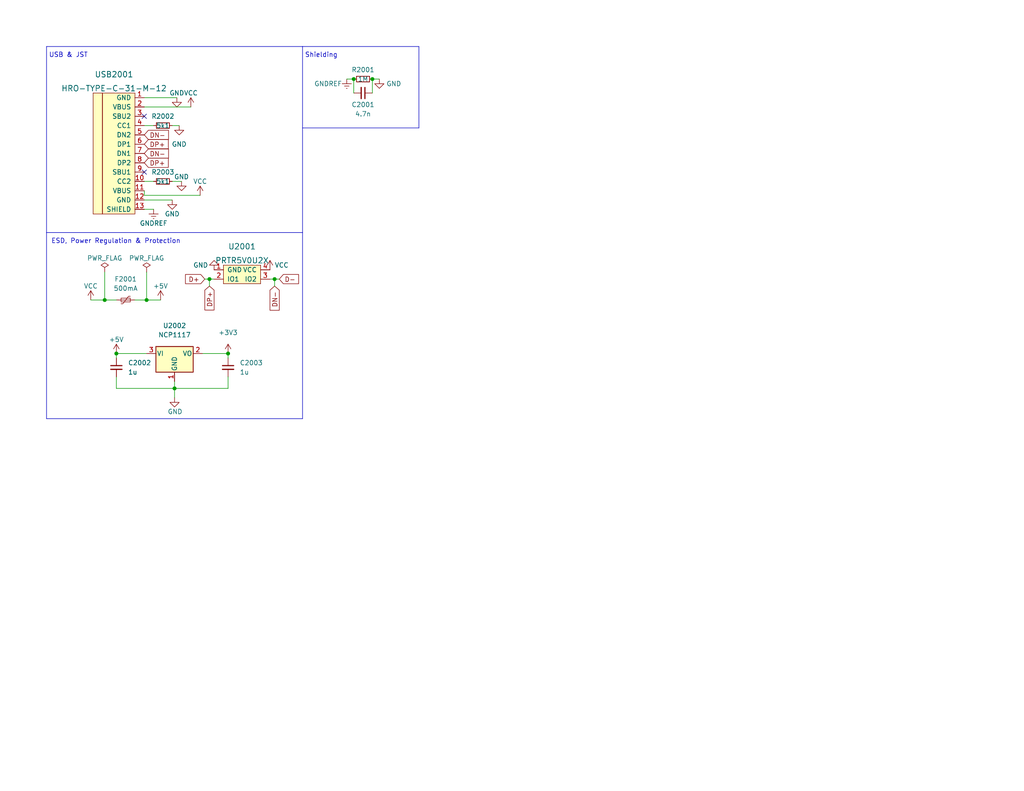
<source format=kicad_sch>
(kicad_sch (version 20230121) (generator eeschema)
  (paper "USLetter")
  (title_block (title "BadABoard MK1") (date "2022-09-13") (rev "1.0") (company "Callsign_Carrot"))
  (lib_symbols
    (symbol "Device:C_Small" (pin_numbers hide) (pin_names (offset 0.254) hide)
      (property "Reference" "C" (at 0.254 1.778 0))
      (property "Value" "C_Small" (at 0.254 -2.032 0))
      (symbol "C_Small_0_1"
        (polyline (pts (xy -1.524 -0.508) (xy 1.524 -0.508)) (stroke (width 0.3302)))
        (polyline (pts (xy -1.524 0.508) (xy 1.524 0.508)) (stroke (width 0.3048)))
      )
      (symbol "C_Small_1_1"
        (pin passive line (at 0 2.54 270) (length 2.032) (name "~") (number "1"))
        (pin passive line (at 0 -2.54 90) (length 2.032) (name "~") (number "2"))
      )
    )
    (symbol "Device:Polyfuse_Small" (pin_numbers hide) (pin_names (offset 0))
      (property "Reference" "F" (at -1.905 0 90))
      (property "Value" "Polyfuse_Small" (at 1.905 0 90))
      (symbol "Polyfuse_Small_0_1"
        (rectangle (start -0.508 1.27) (end 0.508 -1.27))
        (polyline (pts (xy 0 2.54) (xy 0 -2.54)))
        (polyline (pts (xy -1.016 1.27) (xy -1.016 0.762) (xy 1.016 -0.762) (xy 1.016 -1.27)))
      )
      (symbol "Polyfuse_Small_1_1"
        (pin passive line (at 0 2.54 270) (length 0.635) (name "~") (number "1"))
        (pin passive line (at 0 -2.54 90) (length 0.635) (name "~") (number "2"))
      )
    )
    (symbol "Device:R_Small" (pin_numbers hide) (pin_names (offset 0.254) hide)
      (property "Reference" "R" (at 0.762 0.508 0))
      (property "Value" "R_Small" (at 0.762 -1.016 0))
      (symbol "R_Small_0_1"
        (rectangle (start -0.762 1.778) (end 0.762 -1.778) (stroke (width 0.2032)))
      )
      (symbol "R_Small_1_1"
        (pin passive line (at 0 2.54 270) (length 0.762) (name "~") (number "1"))
        (pin passive line (at 0 -2.54 90) (length 0.762) (name "~") (number "2"))
      )
    )
    (symbol "Regulator_Linear:XC6206PxxxMR" (pin_names (offset 0.254))
      (property "Reference" "U" (at -3.81 3.175 0))
      (property "Value" "XC6206PxxxMR" (at 0 3.175 0))
      (symbol "XC6206PxxxMR_0_1"
        (rectangle (start -5.08 1.905) (end 5.08 -5.08) (stroke (width 0.254)) (fill (type background)))
      )
      (symbol "XC6206PxxxMR_1_1"
        (pin power_in line (at 0 -7.62 90) (length 2.54) (name "GND") (number "1"))
        (pin power_out line (at 7.62 0 180) (length 2.54) (name "VO") (number "2"))
        (pin power_in line (at -7.62 0 0) (length 2.54) (name "VI") (number "3"))
      )
    )
    (symbol "cipulot_parts:HRO-TYPE-C-31-M-12" (pin_names (offset 1.016))
      (property "Reference" "USB" (at -5.08 16.51 0))
      (property "Value" "HRO-TYPE-C-31-M-12" (at -10.16 -1.27 90))
      (symbol "HRO-TYPE-C-31-M-12_0_1"
        (rectangle (start -11.43 15.24) (end -8.89 -17.78) (fill (type background)))
        (rectangle (start 0 -17.78) (end -8.89 15.24) (fill (type background)))
      )
      (symbol "HRO-TYPE-C-31-M-12_1_1"
        (pin input line (at 2.54 13.97 180) (length 2.54) (name "GND") (number "1"))
        (pin input line (at 2.54 -8.89 180) (length 2.54) (name "CC2") (number "10"))
        (pin input line (at 2.54 -11.43 180) (length 2.54) (name "VBUS") (number "11"))
        (pin input line (at 2.54 -13.97 180) (length 2.54) (name "GND") (number "12"))
        (pin input line (at 2.54 -16.51 180) (length 2.54) (name "SHIELD") (number "13"))
        (pin input line (at 2.54 11.43 180) (length 2.54) (name "VBUS") (number "2"))
        (pin input line (at 2.54 8.89 180) (length 2.54) (name "SBU2") (number "3"))
        (pin input line (at 2.54 6.35 180) (length 2.54) (name "CC1") (number "4"))
        (pin input line (at 2.54 3.81 180) (length 2.54) (name "DN2") (number "5"))
        (pin input line (at 2.54 1.27 180) (length 2.54) (name "DP1") (number "6"))
        (pin input line (at 2.54 -1.27 180) (length 2.54) (name "DN1") (number "7"))
        (pin input line (at 2.54 -3.81 180) (length 2.54) (name "DP2") (number "8"))
        (pin input line (at 2.54 -6.35 180) (length 2.54) (name "SBU1") (number "9"))
      )
    )
    (symbol "cipulot_parts:PRTR5V0U2X" (pin_names (offset 1.016))
      (property "Reference" "U" (at 0 3.81 0))
      (property "Value" "PRTR5V0U2X" (at 0 -3.81 0))
      (symbol "PRTR5V0U2X_0_1"
        (rectangle (start -5.08 2.54) (end 5.08 -2.54) (fill (type background)))
      )
      (symbol "PRTR5V0U2X_1_1"
        (pin input line (at -7.62 1.27 0) (length 2.54) (name "GND") (number "1"))
        (pin input line (at -7.62 -1.27 0) (length 2.54) (name "IO1") (number "2"))
        (pin input line (at 7.62 -1.27 180) (length 2.54) (name "IO2") (number "3"))
        (pin input line (at 7.62 1.27 180) (length 2.54) (name "VCC") (number "4"))
      )
    )
    (symbol "power:+3V3" (power) (pin_names (offset 0))
      (property "Value" "+3V3" (at 0 3.556 0))
      (symbol "+3V3_0_1"
        (polyline (pts (xy -0.762 1.27) (xy 0 2.54)))
        (polyline (pts (xy 0 0) (xy 0 2.54)))
        (polyline (pts (xy 0 2.54) (xy 0.762 1.27)))
      )
      (symbol "+3V3_1_1"
        (pin power_in line (at 0 0 90) (length 0) hide (name "+3V3") (number "1"))
      )
    )
    (symbol "power:+5V" (power) (pin_names (offset 0))
      (property "Value" "+5V" (at 0 3.556 0))
      (symbol "+5V_0_1"
        (polyline (pts (xy -0.762 1.27) (xy 0 2.54)))
        (polyline (pts (xy 0 0) (xy 0 2.54)))
        (polyline (pts (xy 0 2.54) (xy 0.762 1.27)))
      )
      (symbol "+5V_1_1"
        (pin power_in line (at 0 0 90) (length 0) hide (name "+5V") (number "1"))
      )
    )
    (symbol "power:GND" (power) (pin_names (offset 0))
      (property "Value" "GND" (at 0 -3.81 0))
      (symbol "GND_0_1"
        (polyline (pts (xy 0 0) (xy 0 -1.27) (xy 1.27 -1.27) (xy 0 -2.54) (xy -1.27 -1.27) (xy 0 -1.27)))
      )
      (symbol "GND_1_1"
        (pin power_in line (at 0 0 270) (length 0) hide (name "GND") (number "1"))
      )
    )
    (symbol "power:GNDREF" (power) (pin_names (offset 0))
      (property "Value" "GNDREF" (at 0 -3.81 0))
      (symbol "GNDREF_0_1"
        (polyline (pts (xy -0.635 -1.905) (xy 0.635 -1.905)))
        (polyline (pts (xy -0.127 -2.54) (xy 0.127 -2.54)))
        (polyline (pts (xy 0 -1.27) (xy 0 0)))
        (polyline (pts (xy 1.27 -1.27) (xy -1.27 -1.27)))
      )
      (symbol "GNDREF_1_1"
        (pin power_in line (at 0 0 270) (length 0) hide (name "GNDREF") (number "1"))
      )
    )
    (symbol "power:PWR_FLAG" (power) (pin_numbers hide) (pin_names (offset 0) hide)
      (property "Value" "PWR_FLAG" (at 0 3.81 0))
      (symbol "PWR_FLAG_0_0"
        (pin power_out line (at 0 0 90) (length 0) (name "pwr") (number "1"))
      )
      (symbol "PWR_FLAG_0_1"
        (polyline (pts (xy 0 0) (xy 0 1.27) (xy -1.016 1.905) (xy 0 2.54) (xy 1.016 1.905) (xy 0 1.27)))
      )
    )
    (symbol "power:VCC" (power) (pin_names (offset 0))
      (property "Value" "VCC" (at 0 3.81 0))
      (symbol "VCC_0_1"
        (polyline (pts (xy -0.762 1.27) (xy 0 2.54)))
        (polyline (pts (xy 0 0) (xy 0 2.54)))
        (polyline (pts (xy 0 2.54) (xy 0.762 1.27)))
      )
      (symbol "VCC_1_1"
        (pin power_in line (at 0 0 90) (length 0) hide (name "VCC") (number "1"))
      )
    )
  )
  (junction (at 96.52 21.59))
  (junction (at 40.005 81.915))
  (junction (at 57.15 76.2))
  (junction (at 62.23 96.52))
  (junction (at 74.93 76.2))
  (junction (at 101.6 21.59))
  (junction (at 47.625 106.045))
  (junction (at 31.75 96.52))
  (junction (at 28.575 81.915))
  (no_connect (at 39.37 46.99))
  (no_connect (at 39.37 31.75))
  (wire (pts (xy 31.75 96.52) (xy 31.75 97.79)))
  (polyline (pts (xy 82.55 12.7) (xy 82.55 63.5)))
  (wire (pts (xy 24.765 81.915) (xy 28.575 81.915)))
  (wire (pts (xy 96.52 21.59) (xy 96.52 25.4)))
  (polyline (pts (xy 12.7 114.3) (xy 12.7 63.5)))
  (wire (pts (xy 31.75 96.52) (xy 40.005 96.52)))
  (polyline (pts (xy 114.3 12.7) (xy 114.3 34.925)))
  (wire (pts (xy 74.93 76.2) (xy 74.93 78.105)))
  (wire (pts (xy 46.99 49.53) (xy 49.53 49.53)))
  (wire (pts (xy 57.15 76.2) (xy 58.42 76.2)))
  (wire (pts (xy 73.66 76.2) (xy 74.93 76.2)))
  (wire (pts (xy 55.245 96.52) (xy 62.23 96.52)))
  (wire (pts (xy 39.37 26.67) (xy 48.26 26.67)))
  (wire (pts (xy 101.6 21.59) (xy 101.6 25.4)))
  (wire (pts (xy 47.625 106.045) (xy 47.625 108.585)))
  (polyline (pts (xy 12.7 12.7) (xy 12.7 63.5)))
  (wire (pts (xy 36.83 81.915) (xy 40.005 81.915)))
  (wire (pts (xy 101.6 21.59) (xy 103.505 21.59)))
  (polyline (pts (xy 82.55 114.3) (xy 12.7 114.3)))
  (wire (pts (xy 28.575 81.915) (xy 31.75 81.915)))
  (wire (pts (xy 31.75 102.87) (xy 31.75 106.045)))
  (wire (pts (xy 39.37 49.53) (xy 41.91 49.53)))
  (wire (pts (xy 40.005 81.915) (xy 43.815 81.915)))
  (wire (pts (xy 39.37 53.34) (xy 54.61 53.34)))
  (wire (pts (xy 39.37 57.15) (xy 41.91 57.15)))
  (wire (pts (xy 46.99 34.29) (xy 48.895 34.29)))
  (wire (pts (xy 39.37 34.29) (xy 41.91 34.29)))
  (wire (pts (xy 47.625 104.14) (xy 47.625 106.045)))
  (wire (pts (xy 62.23 106.045) (xy 62.23 102.87)))
  (polyline (pts (xy 82.55 63.5) (xy 82.55 114.3)))
  (wire (pts (xy 39.37 52.07) (xy 39.37 53.34)))
  (polyline (pts (xy 82.55 63.5) (xy 12.7 63.5)))
  (wire (pts (xy 94.615 21.59) (xy 96.52 21.59)))
  (wire (pts (xy 28.575 74.295) (xy 28.575 81.915)))
  (wire (pts (xy 74.93 76.2) (xy 76.2 76.2)))
  (wire (pts (xy 39.37 29.21) (xy 52.07 29.21)))
  (wire (pts (xy 62.23 96.52) (xy 62.23 97.79)))
  (polyline (pts (xy 114.3 34.925) (xy 82.55 34.925)))
  (polyline (pts (xy 12.7 12.7) (xy 82.55 12.7)))
  (wire (pts (xy 39.37 54.61) (xy 46.99 54.61)))
  (wire (pts (xy 57.15 76.2) (xy 57.15 78.105)))
  (polyline (pts (xy 82.55 12.7) (xy 114.3 12.7)))
  (wire (pts (xy 31.75 106.045) (xy 47.625 106.045)))
  (wire (pts (xy 47.625 106.045) (xy 62.23 106.045)))
  (wire (pts (xy 55.88 76.2) (xy 57.15 76.2)))
  (wire (pts (xy 40.005 74.295) (xy 40.005 81.915)))
  (text "Shielding\n" (at 83.185 15.875 0) (effects (font (size 1.27 1.27)) (justify left bottom)))
  (text "ESD, Power Regulation & Protection" (at 13.97 66.675 0) (effects (font (size 1.27 1.27)) (justify left bottom)))
  (text "USB & JST\n" (at 13.335 15.875 0) (effects (font (size 1.27 1.27)) (justify left bottom)))
  (global_label "D-" (shape input) (at 76.2 76.2 0) (property "Intersheetrefs" "${INTERSHEET_REFS}" (effects hide)))
  (global_label "D+" (shape input) (at 55.88 76.2 180) (property "Intersheetrefs" "${INTERSHEET_REFS}" (effects hide)))
  (global_label "DN-" (shape input) (at 39.37 41.91 0) (property "Intersheetrefs" "${INTERSHEET_REFS}" (effects hide)))
  (global_label "DP+" (shape input) (at 39.37 39.37 0) (property "Intersheetrefs" "${INTERSHEET_REFS}" (effects hide)))
  (global_label "DP+" (shape input) (at 57.15 78.105 270) (property "Intersheetrefs" "${INTERSHEET_REFS}" (effects hide)))
  (global_label "DN-" (shape input) (at 74.93 78.105 270) (property "Intersheetrefs" "${INTERSHEET_REFS}" (effects hide)))
  (global_label "DP+" (shape input) (at 39.37 44.45 0) (property "Intersheetrefs" "${INTERSHEET_REFS}" (effects hide)))
  (global_label "DN-" (shape input) (at 39.37 36.83 0) (property "Intersheetrefs" "${INTERSHEET_REFS}" (effects hide)))
  (symbol (lib_id "Device:R_Small") (at 44.45 49.53 90) (unit 1)
    (property "Reference" "R2003" (at 44.45 46.99 90))
    (property "Value" "5k1" (at 44.45 49.53 90))
    (property "Footprint" "Resistor_SMD:R_0402_1005Metric" (effects hide))
  )
  (symbol (lib_id "power:PWR_FLAG") (at 28.575 74.295 0) (unit 1)
    (property "Reference" "#FLG02001" (effects hide))
    (property "Value" "PWR_FLAG" (at 28.575 70.485 0))
  )
  (symbol (lib_id "power:PWR_FLAG") (at 40.005 74.295 0) (unit 1)
    (property "Reference" "#FLG02002" (effects hide))
    (property "Value" "PWR_FLAG" (at 40.005 70.485 0))
  )
  (symbol (lib_id "power:GND") (at 46.99 54.61 0) (unit 1)
    (property "Reference" "#PWR02008" (effects hide))
    (property "Value" "GND" (at 46.99 58.42 0))
  )
  (symbol (lib_id "Device:Polyfuse_Small") (at 34.29 81.915 90) (unit 1)
    (property "Reference" "F2001" (at 34.29 76.2 90))
    (property "Value" "500mA" (at 34.29 78.74 90))
    (property "Footprint" "Fuse:Fuse_0805_2012Metric" (effects hide))
  )
  (symbol (lib_id "power:GNDREF") (at 94.615 21.59 0) (unit 1)
    (property "Reference" "#PWR02001" (effects hide))
    (property "Value" "GNDREF" (at 85.725 22.86 0) (effects (justify left)))
  )
  (symbol (lib_id "power:GND") (at 58.42 73.66 180) (unit 1)
    (property "Reference" "#PWR02010" (effects hide))
    (property "Value" "GND" (at 52.705 72.39 0) (effects (justify right)))
  )
  (symbol (lib_id "Device:R_Small") (at 44.45 34.29 90) (unit 1)
    (property "Reference" "R2002" (at 44.45 31.75 90))
    (property "Value" "5k1" (at 44.45 34.29 90))
    (property "Footprint" "Resistor_SMD:R_0402_1005Metric" (effects hide))
  )
  (symbol (lib_id "power:GNDREF") (at 41.91 57.15 0) (unit 1)
    (property "Reference" "#PWR02009" (effects hide))
    (property "Value" "GNDREF" (at 41.91 60.96 0))
  )
  (symbol (lib_id "power:GND") (at 49.53 49.53 0) (unit 1)
    (property "Reference" "#PWR02006" (effects hide))
    (property "Value" "GND" (at 49.53 48.26 0))
  )
  (symbol (lib_id "power:+5V") (at 43.815 81.915 0) (unit 1)
    (property "Reference" "#PWR02013" (effects hide))
    (property "Value" "+5V" (at 43.815 78.105 0))
  )
  (symbol (lib_id "power:VCC") (at 73.66 73.66 0) (unit 1)
    (property "Reference" "#PWR02011" (effects hide))
    (property "Value" "VCC" (at 74.93 72.39 0) (effects (justify left)))
  )
  (symbol (lib_id "power:VCC") (at 52.07 29.21 0) (unit 1)
    (property "Reference" "#PWR02004" (effects hide))
    (property "Value" "VCC" (at 52.07 25.4 0))
  )
  (symbol (lib_id "power:+5V") (at 31.75 96.52 0) (unit 1)
    (property "Reference" "#PWR02014" (effects hide))
    (property "Value" "+5V" (at 31.75 92.71 0))
  )
  (symbol (lib_id "Device:C_Small") (at 99.06 25.4 270) (unit 1)
    (property "Reference" "C2001" (at 99.06 28.575 90))
    (property "Value" "4.7n" (at 99.06 31.115 90))
    (property "Footprint" "Capacitor_SMD:C_0402_1005Metric" (effects hide))
  )
  (symbol (lib_id "power:GND") (at 48.895 34.29 0) (unit 1)
    (property "Reference" "#PWR02005" (effects hide))
    (property "Value" "GND" (at 48.895 39.37 0))
  )
  (symbol (lib_id "power:GND") (at 47.625 108.585 0) (unit 1)
    (property "Reference" "#PWR02016" (effects hide))
    (property "Value" "GND" (at 45.72 112.395 0) (effects (justify left)))
  )
  (symbol (lib_id "power:VCC") (at 54.61 53.34 0) (unit 1)
    (property "Reference" "#PWR02007" (effects hide))
    (property "Value" "VCC" (at 54.61 49.53 0))
  )
  (symbol (lib_id "power:GND") (at 48.26 26.67 0) (unit 1)
    (property "Reference" "#PWR02003" (effects hide))
    (property "Value" "GND" (at 48.26 25.4 0))
  )
  (symbol (lib_id "Regulator_Linear:XC6206PxxxMR") (at 47.625 96.52 0) (unit 1)
    (property "Reference" "U2002" (at 47.625 88.9 0))
    (property "Value" "NCP1117" (at 47.625 91.44 0))
    (property "Footprint" "Package_TO_SOT_SMD:SOT-223" (effects hide))
    (property "Datasheet" "https://www.torexsemi.com/file/xc6206/XC6206.pdf" (effects hide))
  )
  (symbol (lib_id "Device:C_Small") (at 31.75 100.33 0) (unit 1)
    (property "Reference" "C2002" (at 34.925 99.0662 0) (effects (justify left)))
    (property "Value" "1u" (at 34.925 101.6062 0) (effects (justify left)))
    (property "Footprint" "Capacitor_SMD:C_0402_1005Metric" (effects hide))
  )
  (symbol (lib_id "power:GND") (at 103.505 21.59 0) (unit 1)
    (property "Reference" "#PWR02002" (effects hide))
    (property "Value" "GND" (at 105.41 22.8599 0) (effects (justify left)))
  )
  (symbol (lib_id "power:VCC") (at 24.765 81.915 0) (unit 1)
    (property "Reference" "#PWR02012" (effects hide))
    (property "Value" "VCC" (at 24.765 78.105 0))
  )
  (symbol (lib_id "Device:R_Small") (at 99.06 21.59 90) (unit 1)
    (property "Reference" "R2001" (at 99.06 19.05 90))
    (property "Value" "1M" (at 99.06 21.59 90))
    (property "Footprint" "Resistor_SMD:R_0402_1005Metric" (effects hide))
  )
  (symbol (lib_id "Device:C_Small") (at 62.23 100.33 0) (unit 1)
    (property "Reference" "C2003" (at 65.405 99.0662 0) (effects (justify left)))
    (property "Value" "1u" (at 65.405 101.6062 0) (effects (justify left)))
    (property "Footprint" "Capacitor_SMD:C_0402_1005Metric" (effects hide))
  )
  (symbol (lib_id "power:+3V3") (at 62.23 96.52 0) (unit 1)
    (property "Reference" "#PWR02015" (effects hide))
    (property "Value" "+3V3" (at 62.23 90.805 0))
  )
  (symbol (lib_id "cipulot_parts:HRO-TYPE-C-31-M-12") (at 36.83 40.64 0) (unit 1)
    (property "Reference" "USB2001" (at 31.115 20.32 0) (effects (font (size 1.524 1.524))))
    (property "Value" "HRO-TYPE-C-31-M-12" (at 31.115 24.13 0) (effects (font (size 1.524 1.524))))
    (property "Footprint" "cipulot_parts:HRO-TYPE-C-31-M-12-Assembly" (effects hide))
  )
  (symbol (lib_id "cipulot_parts:PRTR5V0U2X") (at 66.04 74.93 0) (unit 1)
    (property "Reference" "U2001" (at 66.04 67.31 0) (effects (font (size 1.524 1.524))))
    (property "Value" "PRTR5V0U2X" (at 66.04 71.12 0) (effects (font (size 1.524 1.524))))
    (property "Footprint" "random-keyboard-parts:SOT143B" (effects hide))
  )
)
</source>
